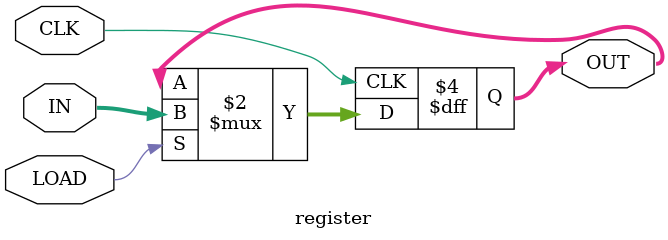
<source format=v>
module register #(parameter SIZE=64) (
  input wire[SIZE-1:0] IN,
  output reg[SIZE-1:0] OUT,
  input wire LOAD,
  input wire CLK
);

  always @(posedge CLK) begin
    if (LOAD)
      OUT <= IN;
  end

endmodule
</source>
